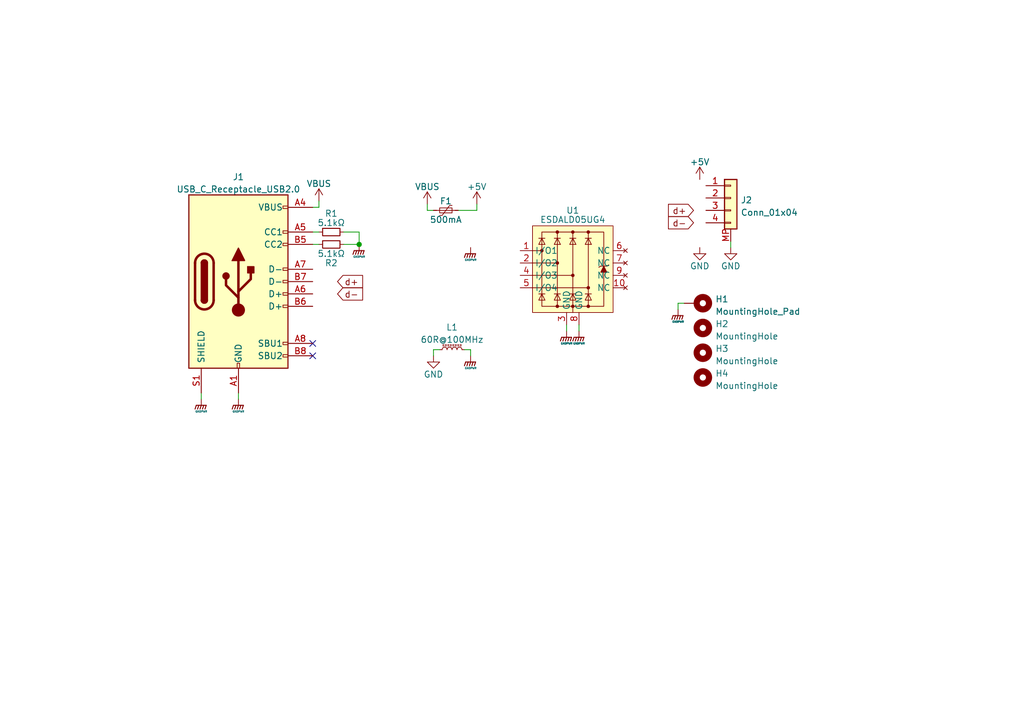
<source format=kicad_sch>
(kicad_sch (version 20211123) (generator eeschema)
  (paper "A5")
  (lib_symbols
    (symbol "Connector:USB_C_Receptacle_USB2.0" (pin_names (offset 1.016))
      (property "Reference" "J" (at -10.16 19.05 0))
      (property "Value" "USB_C_Receptacle_USB2.0" (at 19.05 19.05 0))
      (symbol "USB_C_Receptacle_USB2.0_0_0"
        (rectangle (start -0.254 -17.78) (end 0.254 -16.764))
        (rectangle (start 10.16 -14.986) (end 9.144 -15.494))
        (rectangle (start 10.16 -12.446) (end 9.144 -12.954))
        (rectangle (start 10.16 -4.826) (end 9.144 -5.334))
        (rectangle (start 10.16 -2.286) (end 9.144 -2.794))
        (rectangle (start 10.16 0.254) (end 9.144 -0.254))
        (rectangle (start 10.16 2.794) (end 9.144 2.286))
        (rectangle (start 10.16 7.874) (end 9.144 7.366))
        (rectangle (start 10.16 10.414) (end 9.144 9.906))
        (rectangle (start 10.16 15.494) (end 9.144 14.986))
      )
      (symbol "USB_C_Receptacle_USB2.0_0_1"
        (rectangle (start -10.16 17.78) (end 10.16 -17.78) (stroke (width 0.254)) (fill (type background)))
        (arc (start -8.89 -3.81) (mid -6.985 -5.715) (end -5.08 -3.81) (stroke (width 0.508)))
        (arc (start -7.62 -3.81) (mid -6.985 -4.445) (end -6.35 -3.81) (stroke (width 0.254)))
        (arc (start -7.62 -3.81) (mid -6.985 -4.445) (end -6.35 -3.81) (stroke (width 0.254)) (fill (type outline)))
        (rectangle (start -7.62 -3.81) (end -6.35 3.81) (stroke (width 0.254)) (fill (type outline)))
        (arc (start -6.35 3.81) (mid -6.985 4.445) (end -7.62 3.81) (stroke (width 0.254)))
        (arc (start -6.35 3.81) (mid -6.985 4.445) (end -7.62 3.81) (stroke (width 0.254)) (fill (type outline)))
        (arc (start -5.08 3.81) (mid -6.985 5.715) (end -8.89 3.81) (stroke (width 0.508)))
        (circle (center -2.54 1.143) (radius 0.635) (stroke (width 0.254)) (fill (type outline)))
        (circle (center 0 -5.842) (radius 1.27) (fill (type outline)))
        (polyline (pts (xy -8.89 -3.81) (xy -8.89 3.81)) (stroke (width 0.508)))
        (polyline (pts (xy -5.08 3.81) (xy -5.08 -3.81)) (stroke (width 0.508)))
        (polyline (pts (xy 0 -5.842) (xy 0 4.318)) (stroke (width 0.508)))
        (polyline (pts (xy 0 -3.302) (xy -2.54 -0.762) (xy -2.54 0.508)) (stroke (width 0.508)))
        (polyline (pts (xy 0 -2.032) (xy 2.54 0.508) (xy 2.54 1.778)) (stroke (width 0.508)))
        (polyline (pts (xy -1.27 4.318) (xy 0 6.858) (xy 1.27 4.318) (xy -1.27 4.318)) (stroke (width 0.254)) (fill (type outline)))
        (rectangle (start 1.905 1.778) (end 3.175 3.048) (stroke (width 0.254)) (fill (type outline)))
      )
      (symbol "USB_C_Receptacle_USB2.0_1_1"
        (pin passive line (at 0 -22.86 90) (length 5.08) (name "GND") (number "A1"))
        (pin passive line (at 0 -22.86 90) (length 5.08) hide (name "GND") (number "A12"))
        (pin passive line (at 15.24 15.24 180) (length 5.08) (name "VBUS") (number "A4"))
        (pin bidirectional line (at 15.24 10.16 180) (length 5.08) (name "CC1") (number "A5"))
        (pin bidirectional line (at 15.24 -2.54 180) (length 5.08) (name "D+") (number "A6"))
        (pin bidirectional line (at 15.24 2.54 180) (length 5.08) (name "D-") (number "A7"))
        (pin bidirectional line (at 15.24 -12.7 180) (length 5.08) (name "SBU1") (number "A8"))
        (pin passive line (at 15.24 15.24 180) (length 5.08) hide (name "VBUS") (number "A9"))
        (pin passive line (at 0 -22.86 90) (length 5.08) hide (name "GND") (number "B1"))
        (pin passive line (at 0 -22.86 90) (length 5.08) hide (name "GND") (number "B12"))
        (pin passive line (at 15.24 15.24 180) (length 5.08) hide (name "VBUS") (number "B4"))
        (pin bidirectional line (at 15.24 7.62 180) (length 5.08) (name "CC2") (number "B5"))
        (pin bidirectional line (at 15.24 -5.08 180) (length 5.08) (name "D+") (number "B6"))
        (pin bidirectional line (at 15.24 0 180) (length 5.08) (name "D-") (number "B7"))
        (pin bidirectional line (at 15.24 -15.24 180) (length 5.08) (name "SBU2") (number "B8"))
        (pin passive line (at 15.24 15.24 180) (length 5.08) hide (name "VBUS") (number "B9"))
        (pin passive line (at -7.62 -22.86 90) (length 5.08) (name "SHIELD") (number "S1"))
      )
    )
    (symbol "Connector_Generic:Conn_01x04" (pin_names (offset 1.016) hide)
      (property "Reference" "J?" (at 2.032 -0.4353 0))
      (property "Value" "Conn_01x04" (at 2.032 -2.9722 0))
      (symbol "Conn_01x04_1_1"
        (rectangle (start -1.27 -4.953) (end 0 -5.207) (stroke (width 0.1524)))
        (rectangle (start -1.27 -2.413) (end 0 -2.667) (stroke (width 0.1524)))
        (rectangle (start -1.27 0.127) (end 0 -0.127) (stroke (width 0.1524)))
        (rectangle (start -1.27 2.667) (end 0 2.413) (stroke (width 0.1524)))
        (rectangle (start -1.27 3.81) (end 1.27 -6.35) (stroke (width 0.254)) (fill (type background)))
        (pin passive line (at -5.08 2.54 0) (length 3.81) (name "Pin_1") (number "1"))
        (pin passive line (at -5.08 0 0) (length 3.81) (name "Pin_2") (number "2"))
        (pin passive line (at -5.08 -2.54 0) (length 3.81) (name "Pin_3") (number "3"))
        (pin passive line (at -5.08 -5.08 0) (length 3.81) (name "Pin_4") (number "4"))
        (pin power_in line (at 0 -8.89 90) (length 2.54) (name "MP") (number "MP"))
      )
    )
    (symbol "Device:L_Ferrite_Small" (pin_numbers hide) (pin_names (offset 0.254) hide)
      (property "Reference" "L" (at 1.27 1.016 0))
      (property "Value" "L_Ferrite_Small" (at 1.27 -1.27 0))
      (symbol "L_Ferrite_Small_0_1"
        (arc (start 0 -2.032) (mid 0.508 -1.524) (end 0 -1.016))
        (arc (start 0 -1.016) (mid 0.508 -0.508) (end 0 0))
        (polyline (pts (xy 0.762 -1.905) (xy 0.762 -1.651)))
        (polyline (pts (xy 0.762 -1.397) (xy 0.762 -1.143)))
        (polyline (pts (xy 0.762 -0.889) (xy 0.762 -0.635)))
        (polyline (pts (xy 0.762 -0.381) (xy 0.762 -0.127)))
        (polyline (pts (xy 0.762 0.127) (xy 0.762 0.381)))
        (polyline (pts (xy 0.762 0.635) (xy 0.762 0.889)))
        (polyline (pts (xy 0.762 1.143) (xy 0.762 1.397)))
        (polyline (pts (xy 0.762 1.651) (xy 0.762 1.905)))
        (polyline (pts (xy 1.016 -1.651) (xy 1.016 -1.905)))
        (polyline (pts (xy 1.016 -1.143) (xy 1.016 -1.397)))
        (polyline (pts (xy 1.016 -0.635) (xy 1.016 -0.889)))
        (polyline (pts (xy 1.016 -0.127) (xy 1.016 -0.381)))
        (polyline (pts (xy 1.016 0.381) (xy 1.016 0.127)))
        (polyline (pts (xy 1.016 0.889) (xy 1.016 0.635)))
        (polyline (pts (xy 1.016 1.397) (xy 1.016 1.143)))
        (polyline (pts (xy 1.016 1.905) (xy 1.016 1.651)))
        (arc (start 0 0) (mid 0.508 0.508) (end 0 1.016))
        (arc (start 0 1.016) (mid 0.508 1.524) (end 0 2.032))
      )
      (symbol "L_Ferrite_Small_1_1"
        (pin passive line (at 0 2.54 270) (length 0.508) (name "~") (number "1"))
        (pin passive line (at 0 -2.54 90) (length 0.508) (name "~") (number "2"))
      )
    )
    (symbol "Device:Polyfuse_Small" (pin_numbers hide) (pin_names (offset 0))
      (property "Reference" "F" (at -1.905 0 90))
      (property "Value" "Polyfuse_Small" (at 1.905 0 90))
      (symbol "Polyfuse_Small_0_1"
        (rectangle (start -0.508 1.27) (end 0.508 -1.27))
        (polyline (pts (xy 0 2.54) (xy 0 -2.54)))
        (polyline (pts (xy -1.016 1.27) (xy -1.016 0.762) (xy 1.016 -0.762) (xy 1.016 -1.27)))
      )
      (symbol "Polyfuse_Small_1_1"
        (pin passive line (at 0 2.54 270) (length 0.635) (name "~") (number "1"))
        (pin passive line (at 0 -2.54 90) (length 0.635) (name "~") (number "2"))
      )
    )
    (symbol "Device:R_Small" (pin_numbers hide) (pin_names (offset 0.254) hide)
      (property "Reference" "R" (at 0.762 0.508 0))
      (property "Value" "R_Small" (at 0.762 -1.016 0))
      (symbol "R_Small_0_1"
        (rectangle (start -0.762 1.778) (end 0.762 -1.778) (stroke (width 0.2032)))
      )
      (symbol "R_Small_1_1"
        (pin passive line (at 0 2.54 270) (length 0.762) (name "~") (number "1"))
        (pin passive line (at 0 -2.54 90) (length 0.762) (name "~") (number "2"))
      )
    )
    (symbol "ESDALD05UG4:ESDALD05UG4"
      (property "Reference" "U" (at 0 12.7 0))
      (property "Value" "ESDALD05UG4" (at 0 10.16 0))
      (symbol "ESDALD05UG4_0_0"
        (rectangle (start -6.35 7.62) (end 6.35 -7.62))
        (polyline (pts (xy -3.175 -7.62) (xy -3.175 7.62)))
        (polyline (pts (xy 0 -7.62) (xy 0 7.62)))
        (polyline (pts (xy 3.175 -7.62) (xy 3.175 7.62)))
      )
      (symbol "ESDALD05UG4_0_1"
        (rectangle (start -8.255 8.89) (end 8.255 -8.89) (fill (type background)))
        (circle (center -6.35 3.81) (radius 0.2794) (fill (type outline)))
        (circle (center -3.175 -7.62) (radius 0.2794) (fill (type outline)))
        (circle (center -3.175 1.27) (radius 0.2794) (fill (type outline)))
        (circle (center -3.175 7.62) (radius 0.2794) (fill (type outline)))
        (circle (center 0 -7.62) (radius 0.2794) (fill (type outline)))
        (circle (center 0 -1.27) (radius 0.2794) (fill (type outline)))
        (polyline (pts (xy -8.255 -3.81) (xy 3.175 -3.81)))
        (polyline (pts (xy -8.255 -1.27) (xy 0 -1.27)))
        (polyline (pts (xy -8.255 1.27) (xy -3.175 1.27)))
        (polyline (pts (xy -8.255 3.81) (xy -6.35 3.81)))
        (polyline (pts (xy -5.715 -5.08) (xy -6.985 -5.08)))
        (polyline (pts (xy -5.715 6.35) (xy -6.985 6.35)))
        (polyline (pts (xy -2.54 -5.08) (xy -3.81 -5.08)))
        (polyline (pts (xy -2.54 6.35) (xy -3.81 6.35)))
        (polyline (pts (xy 0 -7.62) (xy 0 -8.89)))
        (polyline (pts (xy 0.635 -5.08) (xy -0.635 -5.08)))
        (polyline (pts (xy 0.635 6.35) (xy -0.635 6.35)))
        (polyline (pts (xy 3.81 -5.08) (xy 2.54 -5.08)))
        (polyline (pts (xy 3.81 6.35) (xy 2.54 6.35)))
        (polyline (pts (xy 5.715 0.635) (xy 5.334 0.381)))
        (polyline (pts (xy 6.985 0.635) (xy 5.715 0.635)))
        (polyline (pts (xy 6.985 0.635) (xy 7.366 0.889)))
        (polyline (pts (xy -5.715 -6.35) (xy -6.985 -6.35) (xy -6.35 -5.08) (xy -5.715 -6.35)))
        (polyline (pts (xy -5.715 5.08) (xy -6.985 5.08) (xy -6.35 6.35) (xy -5.715 5.08)))
        (polyline (pts (xy -2.54 -6.35) (xy -3.81 -6.35) (xy -3.175 -5.08) (xy -2.54 -6.35)))
        (polyline (pts (xy -2.54 5.08) (xy -3.81 5.08) (xy -3.175 6.35) (xy -2.54 5.08)))
        (polyline (pts (xy 0.635 -6.35) (xy -0.635 -6.35) (xy 0 -5.08) (xy 0.635 -6.35)))
        (polyline (pts (xy 0.635 5.08) (xy -0.635 5.08) (xy 0 6.35) (xy 0.635 5.08)))
        (polyline (pts (xy 3.81 -6.35) (xy 2.54 -6.35) (xy 3.175 -5.08) (xy 3.81 -6.35)))
        (polyline (pts (xy 3.81 5.08) (xy 2.54 5.08) (xy 3.175 6.35) (xy 3.81 5.08)))
        (polyline (pts (xy 6.985 -0.635) (xy 5.715 -0.635) (xy 6.35 0.635) (xy 6.985 -0.635)) (fill (type outline)))
        (circle (center 0 7.62) (radius 0.2794) (fill (type outline)))
        (circle (center 3.175 -7.62) (radius 0.2794) (fill (type outline)))
        (circle (center 3.175 -3.81) (radius 0.2794) (fill (type outline)))
        (circle (center 3.175 7.62) (radius 0.2794) (fill (type outline)))
      )
      (symbol "ESDALD05UG4_1_1"
        (pin passive line (at -10.795 3.81 0) (length 2.54) (name "I/O1") (number "1"))
        (pin no_connect line (at 10.795 -3.81 180) (length 2.54) (name "NC") (number "10"))
        (pin passive line (at -10.795 1.27 0) (length 2.54) (name "I/O2") (number "2"))
        (pin power_in line (at -1.27 -11.43 90) (length 2.54) (name "GND") (number "3"))
        (pin passive line (at -10.795 -1.27 0) (length 2.54) (name "I/O3") (number "4"))
        (pin passive line (at -10.795 -3.81 0) (length 2.54) (name "I/O4") (number "5"))
        (pin no_connect line (at 10.795 3.81 180) (length 2.54) (name "NC") (number "6"))
        (pin no_connect line (at 10.795 1.27 180) (length 2.54) (name "NC") (number "7"))
        (pin power_in line (at 1.27 -11.43 90) (length 2.54) (name "GND") (number "8"))
        (pin no_connect line (at 10.795 -1.27 180) (length 2.54) (name "NC") (number "9"))
      )
    )
    (symbol "Mechanical:MountingHole" (pin_names (offset 1.016))
      (property "Reference" "H" (at 0 5.08 0))
      (property "Value" "MountingHole" (at 0 3.175 0))
      (symbol "MountingHole_0_1"
        (circle (center 0 0) (radius 1.27) (stroke (width 1.27)))
      )
    )
    (symbol "Mechanical:MountingHole_Pad" (pin_numbers hide) (pin_names (offset 1.016) hide)
      (property "Reference" "H" (at 0 6.35 0))
      (property "Value" "MountingHole_Pad" (at 0 4.445 0))
      (symbol "MountingHole_Pad_0_1"
        (circle (center 0 1.27) (radius 1.27) (stroke (width 1.27)))
      )
      (symbol "MountingHole_Pad_1_1"
        (pin input line (at 0 -2.54 90) (length 2.54) (name "1") (number "1"))
      )
    )
    (symbol "power:+5V" (power) (pin_names (offset 0))
      (property "Value" "+5V" (at 0 3.556 0))
      (symbol "+5V_0_1"
        (polyline (pts (xy -0.762 1.27) (xy 0 2.54)))
        (polyline (pts (xy 0 0) (xy 0 2.54)))
        (polyline (pts (xy 0 2.54) (xy 0.762 1.27)))
      )
      (symbol "+5V_1_1"
        (pin power_in line (at 0 0 90) (length 0) hide (name "+5V") (number "1"))
      )
    )
    (symbol "power:GND" (power) (pin_names (offset 0))
      (property "Value" "GND" (at 0 -3.81 0))
      (symbol "GND_0_1"
        (polyline (pts (xy 0 0) (xy 0 -1.27) (xy 1.27 -1.27) (xy 0 -2.54) (xy -1.27 -1.27) (xy 0 -1.27)))
      )
      (symbol "GND_1_1"
        (pin power_in line (at 0 0 270) (length 0) hide (name "GND") (number "1"))
      )
    )
    (symbol "power:GNDPWR" (power) (pin_names (offset 0))
      (property "Value" "GNDPWR" (at 0 -3.302 0))
      (symbol "GNDPWR_0_1"
        (polyline (pts (xy 0 -1.27) (xy 0 0)))
        (polyline (pts (xy -1.016 -1.27) (xy -1.27 -2.032) (xy -1.27 -2.032)) (stroke (width 0.2032)))
        (polyline (pts (xy -0.508 -1.27) (xy -0.762 -2.032) (xy -0.762 -2.032)) (stroke (width 0.2032)))
        (polyline (pts (xy 0 -1.27) (xy -0.254 -2.032) (xy -0.254 -2.032)) (stroke (width 0.2032)))
        (polyline (pts (xy 0.508 -1.27) (xy 0.254 -2.032) (xy 0.254 -2.032)) (stroke (width 0.2032)))
        (polyline (pts (xy 1.016 -1.27) (xy -1.016 -1.27) (xy -1.016 -1.27)) (stroke (width 0.2032)))
        (polyline (pts (xy 1.016 -1.27) (xy 0.762 -2.032) (xy 0.762 -2.032) (xy 0.762 -2.032)) (stroke (width 0.2032)))
      )
      (symbol "GNDPWR_1_1"
        (pin power_in line (at 0 0 270) (length 0) hide (name "GNDPWR") (number "1"))
      )
    )
    (symbol "power:VBUS" (power) (pin_names (offset 0))
      (property "Value" "VBUS" (at 0 3.81 0))
      (symbol "VBUS_0_1"
        (polyline (pts (xy -0.762 1.27) (xy 0 2.54)))
        (polyline (pts (xy 0 0) (xy 0 2.54)))
        (polyline (pts (xy 0 2.54) (xy 0.762 1.27)))
      )
      (symbol "VBUS_1_1"
        (pin power_in line (at 0 0 90) (length 0) hide (name "VBUS") (number "1"))
      )
    )
  )
  (junction (at 73.66 50.165))
  (no_connect (at 64.135 73.025))
  (no_connect (at 64.135 70.485))
  (wire (pts (xy 70.485 50.165) (xy 73.66 50.165)))
  (wire (pts (xy 88.9 73.025) (xy 88.9 71.755)))
  (wire (pts (xy 96.52 71.755) (xy 96.52 73.025)))
  (wire (pts (xy 73.66 50.165) (xy 73.66 47.625)))
  (wire (pts (xy 64.135 50.165) (xy 65.405 50.165)))
  (wire (pts (xy 118.745 66.675) (xy 118.745 67.945)))
  (wire (pts (xy 88.9 71.755) (xy 90.17 71.755)))
  (wire (pts (xy 41.275 80.645) (xy 41.275 81.915)))
  (wire (pts (xy 139.065 63.5) (xy 139.065 62.23)))
  (wire (pts (xy 116.205 66.675) (xy 116.205 67.945)))
  (wire (pts (xy 97.79 43.18) (xy 97.79 41.91)))
  (wire (pts (xy 87.63 41.91) (xy 87.63 43.18)))
  (wire (pts (xy 65.405 42.545) (xy 65.405 41.275)))
  (wire (pts (xy 149.86 49.53) (xy 149.86 50.8)))
  (wire (pts (xy 87.63 43.18) (xy 88.9 43.18)))
  (wire (pts (xy 95.25 71.755) (xy 96.52 71.755)))
  (wire (pts (xy 48.895 80.645) (xy 48.895 81.915)))
  (wire (pts (xy 93.98 43.18) (xy 97.79 43.18)))
  (wire (pts (xy 64.135 47.625) (xy 65.405 47.625)))
  (wire (pts (xy 139.065 62.23) (xy 140.335 62.23)))
  (wire (pts (xy 64.135 42.545) (xy 65.405 42.545)))
  (wire (pts (xy 73.66 47.625) (xy 70.485 47.625)))
  (global_label "d-" (shape input) (at 142.24 45.72 180) (property "Intersheet References" "${INTERSHEET_REFS}" (effects hide)))
  (global_label "d-" (shape input) (at 69.215 60.325 0) (property "Intersheet References" "${INTERSHEET_REFS}" (effects hide)))
  (global_label "d+" (shape input) (at 69.215 57.785 0) (property "Intersheet References" "${INTERSHEET_REFS}" (effects hide)))
  (global_label "d+" (shape input) (at 142.24 43.18 180) (property "Intersheet References" "${INTERSHEET_REFS}" (effects hide)))
  (symbol (lib_id "Device:Polyfuse_Small") (at 91.44 43.18 90) (unit 1)
    (property "Reference" "F1" (at 91.44 41.275 90))
    (property "Value" "500mA" (at 91.44 45.085 90))
  )
  (symbol (lib_id "power:VBUS") (at 87.63 41.91 0) (unit 1)
    (property "Reference" "#PWR0109" (effects hide))
    (property "Value" "VBUS" (at 87.63 38.3342 0))
  )
  (symbol (lib_id "power:GNDPWR") (at 96.52 73.025 0) (unit 1)
    (property "Reference" "#PWR0112" (effects hide))
    (property "Value" "GNDPWR" (at 96.52 75.565 0) (effects (font (size 0.381 0.381))))
  )
  (symbol (lib_id "Mechanical:MountingHole") (at 144.145 77.47 0) (unit 1)
    (property "Reference" "H4" (at 146.685 76.6353 0) (effects (justify left)))
    (property "Value" "MountingHole" (at 146.685 79.1722 0) (effects (justify left)))
    (property "Footprint" "MountingHole:MountingHole_2.2mm_M2_Pad" (effects hide))
  )
  (symbol (lib_id "Mechanical:MountingHole_Pad") (at 142.875 62.23 270) (unit 1)
    (property "Reference" "H1" (at 146.685 61.3953 90) (effects (justify left)))
    (property "Value" "MountingHole_Pad" (at 146.685 63.9322 90) (effects (justify left)))
    (property "Footprint" "MountingHole:MountingHole_2.2mm_M2_Pad" (effects hide))
  )
  (symbol (lib_id "Device:L_Ferrite_Small") (at 92.71 71.755 90) (unit 1)
    (property "Reference" "L1" (at 92.71 67.1662 90))
    (property "Value" "60R@100MHz" (at 92.71 69.7031 90))
    (property "Footprint" "Inductor_SMD:L_1206_3216Metric" (effects hide))
  )
  (symbol (lib_id "power:GNDPWR") (at 73.66 50.165 0) (unit 1)
    (property "Reference" "#PWR0107" (effects hide))
    (property "Value" "GNDPWR" (at 73.66 52.705 0) (effects (font (size 0.381 0.381))))
  )
  (symbol (lib_id "Device:R_Small") (at 67.945 47.625 90) (unit 1)
    (property "Reference" "R1" (at 67.945 43.815 90))
    (property "Value" "5.1kΩ" (at 67.945 45.7255 90))
    (property "Footprint" "Resistor_SMD:R_0805_2012Metric" (effects hide))
  )
  (symbol (lib_id "power:GNDPWR") (at 48.895 81.915 0) (unit 1)
    (property "Reference" "#PWR0106" (effects hide))
    (property "Value" "GNDPWR" (at 48.895 84.455 0) (effects (font (size 0.381 0.381))))
  )
  (symbol (lib_id "power:GND") (at 88.9 73.025 0) (unit 1)
    (property "Reference" "#PWR0108" (effects hide))
    (property "Value" "GND" (at 88.9 76.835 0))
  )
  (symbol (lib_id "power:VBUS") (at 65.405 41.275 0) (unit 1)
    (property "Reference" "#PWR0101" (effects hide))
    (property "Value" "VBUS" (at 65.405 37.6992 0))
  )
  (symbol (lib_id "power:GND") (at 143.51 50.8 0) (unit 1)
    (property "Reference" "#PWR0102" (effects hide))
    (property "Value" "GND" (at 143.51 54.61 0))
  )
  (symbol (lib_id "power:GNDPWR") (at 139.065 63.5 0) (unit 1)
    (property "Reference" "#PWR0114" (effects hide))
    (property "Value" "GNDPWR" (at 139.065 66.04 0) (effects (font (size 0.381 0.381))))
  )
  (symbol (lib_id "ESDALD05UG4:ESDALD05UG4") (at 117.475 55.245 0) (unit 1)
    (property "Reference" "U1" (at 117.475 43.18 0))
    (property "Value" "ESDALD05UG4" (at 117.475 45.085 0))
    (property "Footprint" "Package_DFN_QFN:UDFN-10_1.35x2.6mm_P0.5mm" (effects hide))
    (property "Datasheet" "http://www.ti.com/lit/ds/symlink/tpd2eusb30a.pdf" (effects hide))
  )
  (symbol (lib_id "power:GND") (at 149.86 50.8 0) (unit 1)
    (property "Reference" "#PWR0103" (effects hide))
    (property "Value" "GND" (at 149.86 54.61 0))
  )
  (symbol (lib_id "Device:R_Small") (at 67.945 50.165 270) (unit 1)
    (property "Reference" "R2" (at 67.945 53.975 90))
    (property "Value" "5.1kΩ" (at 67.945 52.0645 90))
    (property "Footprint" "Resistor_SMD:R_0805_2012Metric" (effects hide))
  )
  (symbol (lib_id "power:+5V") (at 97.79 41.91 0) (unit 1)
    (property "Reference" "#PWR0110" (effects hide))
    (property "Value" "+5V" (at 97.79 38.3342 0))
  )
  (symbol (lib_id "Connector_Generic:Conn_01x04") (at 149.86 40.64 0) (unit 1)
    (property "Reference" "J2" (at 151.892 41.0753 0) (effects (justify left)))
    (property "Value" "Conn_01x04" (at 151.892 43.6122 0) (effects (justify left)))
    (property "Footprint" "Connector_JST:JST_SUR_SM04B-SURS-TF_1x04-1MP_P0.80mm_Horizontal" (effects hide))
  )
  (symbol (lib_id "Mechanical:MountingHole") (at 144.145 72.39 0) (unit 1)
    (property "Reference" "H3" (at 146.685 71.5553 0) (effects (justify left)))
    (property "Value" "MountingHole" (at 146.685 74.0922 0) (effects (justify left)))
    (property "Footprint" "MountingHole:MountingHole_2.2mm_M2_Pad" (effects hide))
  )
  (symbol (lib_id "power:GNDPWR") (at 41.275 81.915 0) (unit 1)
    (property "Reference" "#PWR0105" (effects hide))
    (property "Value" "GNDPWR" (at 41.275 84.455 0) (effects (font (size 0.381 0.381))))
  )
  (symbol (lib_id "power:GNDPWR") (at 118.745 67.945 0) (unit 1)
    (property "Reference" "#PWR?" (effects hide))
    (property "Value" "GNDPWR" (at 118.745 70.485 0) (effects (font (size 0.381 0.381))))
  )
  (symbol (lib_id "power:GNDPWR") (at 116.205 67.945 0) (unit 1)
    (property "Reference" "#PWR0113" (effects hide))
    (property "Value" "GNDPWR" (at 116.205 70.485 0) (effects (font (size 0.381 0.381))))
  )
  (symbol (lib_id "power:+5V") (at 143.51 36.83 0) (unit 1)
    (property "Reference" "#PWR0104" (effects hide))
    (property "Value" "+5V" (at 143.51 33.2542 0))
  )
  (symbol (lib_id "Connector:USB_C_Receptacle_USB2.0") (at 48.895 57.785 0) (unit 1)
    (property "Reference" "J1" (at 48.895 36.3052 0))
    (property "Value" "USB_C_Receptacle_USB2.0" (at 48.895 38.8421 0))
    (property "Footprint" "Connector_USB:USB_C_Receptacle_HRO_TYPE-C-31-M-12" (effects hide))
    (property "Datasheet" "https://www.usb.org/sites/default/files/documents/usb_type-c.zip" (effects hide))
  )
  (symbol (lib_id "Mechanical:MountingHole") (at 144.145 67.31 0) (unit 1)
    (property "Reference" "H2" (at 146.685 66.4753 0) (effects (justify left)))
    (property "Value" "MountingHole" (at 146.685 69.0122 0) (effects (justify left)))
    (property "Footprint" "MountingHole:MountingHole_2.2mm_M2_Pad" (effects hide))
  )
  (symbol (lib_id "power:GNDPWR") (at 96.52 50.8 0) (unit 1)
    (property "Reference" "#PWR0111" (effects hide))
    (property "Value" "GNDPWR" (at 96.52 53.34 0) (effects (font (size 0.381 0.381))))
  )
)
</source>
